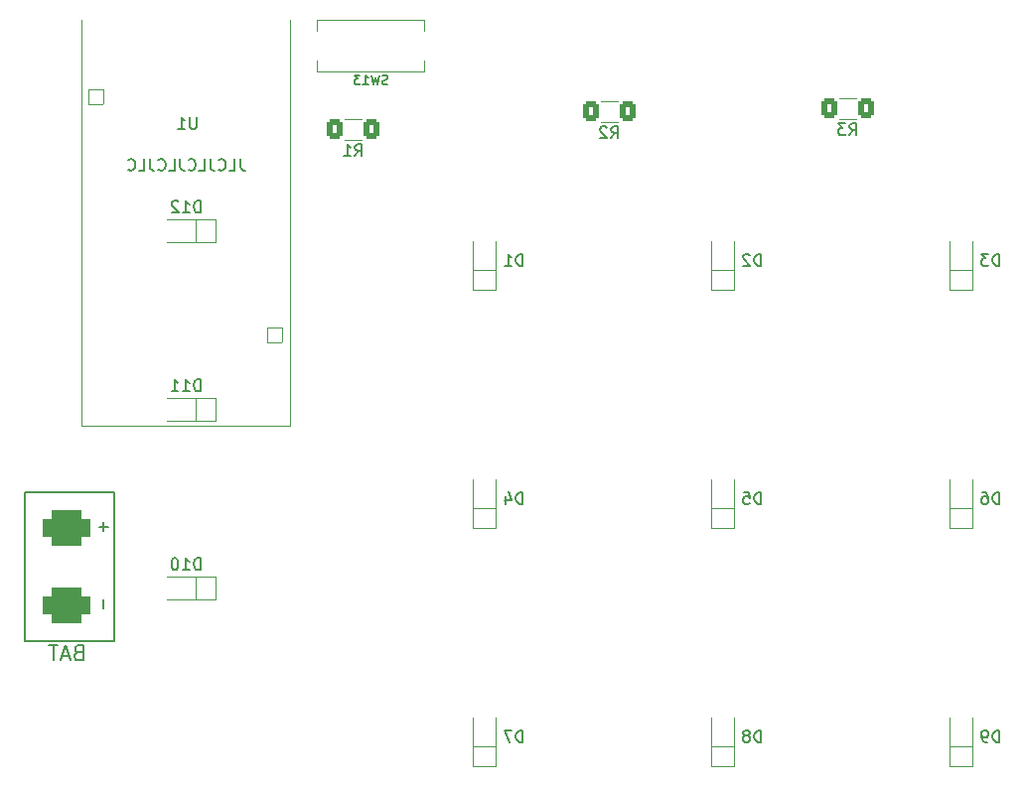
<source format=gbo>
%TF.GenerationSoftware,KiCad,Pcbnew,(6.0.7-1)-1*%
%TF.CreationDate,2022-10-02T14:30:12-04:00*%
%TF.ProjectId,Macro_Keyboard_V1.1,4d616372-6f5f-44b6-9579-626f6172645f,1.1*%
%TF.SameCoordinates,Original*%
%TF.FileFunction,Legend,Bot*%
%TF.FilePolarity,Positive*%
%FSLAX46Y46*%
G04 Gerber Fmt 4.6, Leading zero omitted, Abs format (unit mm)*
G04 Created by KiCad (PCBNEW (6.0.7-1)-1) date 2022-10-02 14:30:12*
%MOMM*%
%LPD*%
G01*
G04 APERTURE LIST*
G04 Aperture macros list*
%AMRoundRect*
0 Rectangle with rounded corners*
0 $1 Rounding radius*
0 $2 $3 $4 $5 $6 $7 $8 $9 X,Y pos of 4 corners*
0 Add a 4 corners polygon primitive as box body*
4,1,4,$2,$3,$4,$5,$6,$7,$8,$9,$2,$3,0*
0 Add four circle primitives for the rounded corners*
1,1,$1+$1,$2,$3*
1,1,$1+$1,$4,$5*
1,1,$1+$1,$6,$7*
1,1,$1+$1,$8,$9*
0 Add four rect primitives between the rounded corners*
20,1,$1+$1,$2,$3,$4,$5,0*
20,1,$1+$1,$4,$5,$6,$7,0*
20,1,$1+$1,$6,$7,$8,$9,0*
20,1,$1+$1,$8,$9,$2,$3,0*%
G04 Aperture macros list end*
%ADD10C,0.150000*%
%ADD11C,0.120000*%
%ADD12R,1.200000X0.900000*%
%ADD13R,0.900000X1.200000*%
%ADD14C,1.700000*%
%ADD15C,4.000000*%
%ADD16C,2.200000*%
%ADD17C,1.690600*%
%ADD18C,2.700000*%
%ADD19C,2.000000*%
%ADD20C,1.308000*%
%ADD21C,2.100000*%
%ADD22RoundRect,0.250000X-0.400000X-0.625000X0.400000X-0.625000X0.400000X0.625000X-0.400000X0.625000X0*%
%ADD23C,1.473200*%
%ADD24RoundRect,0.025400X0.635000X0.635000X-0.635000X0.635000X-0.635000X-0.635000X0.635000X-0.635000X0*%
%ADD25RoundRect,0.753563X1.278437X-0.753562X1.278437X0.753562X-1.278437X0.753562X-1.278437X-0.753562X0*%
G04 APERTURE END LIST*
D10*
X44704000Y-62992000D02*
X37084000Y-62992000D01*
X37084000Y-62992000D02*
X37084000Y-75692000D01*
X37084000Y-75692000D02*
X44704000Y-75692000D01*
X44704000Y-75692000D02*
X44704000Y-62992000D01*
X41577380Y-76617285D02*
X41395952Y-76677761D01*
X41335476Y-76738238D01*
X41275000Y-76859190D01*
X41275000Y-77040619D01*
X41335476Y-77161571D01*
X41395952Y-77222047D01*
X41516904Y-77282523D01*
X42000714Y-77282523D01*
X42000714Y-76012523D01*
X41577380Y-76012523D01*
X41456428Y-76073000D01*
X41395952Y-76133476D01*
X41335476Y-76254428D01*
X41335476Y-76375380D01*
X41395952Y-76496333D01*
X41456428Y-76556809D01*
X41577380Y-76617285D01*
X42000714Y-76617285D01*
X40791190Y-76919666D02*
X40186428Y-76919666D01*
X40912142Y-77282523D02*
X40488809Y-76012523D01*
X40065476Y-77282523D01*
X39823571Y-76012523D02*
X39097857Y-76012523D01*
X39460714Y-77282523D02*
X39460714Y-76012523D01*
X55419047Y-34504380D02*
X55419047Y-35218666D01*
X55466666Y-35361523D01*
X55561904Y-35456761D01*
X55704761Y-35504380D01*
X55800000Y-35504380D01*
X54466666Y-35504380D02*
X54942857Y-35504380D01*
X54942857Y-34504380D01*
X53561904Y-35409142D02*
X53609523Y-35456761D01*
X53752380Y-35504380D01*
X53847619Y-35504380D01*
X53990476Y-35456761D01*
X54085714Y-35361523D01*
X54133333Y-35266285D01*
X54180952Y-35075809D01*
X54180952Y-34932952D01*
X54133333Y-34742476D01*
X54085714Y-34647238D01*
X53990476Y-34552000D01*
X53847619Y-34504380D01*
X53752380Y-34504380D01*
X53609523Y-34552000D01*
X53561904Y-34599619D01*
X52847619Y-34504380D02*
X52847619Y-35218666D01*
X52895238Y-35361523D01*
X52990476Y-35456761D01*
X53133333Y-35504380D01*
X53228571Y-35504380D01*
X51895238Y-35504380D02*
X52371428Y-35504380D01*
X52371428Y-34504380D01*
X50990476Y-35409142D02*
X51038095Y-35456761D01*
X51180952Y-35504380D01*
X51276190Y-35504380D01*
X51419047Y-35456761D01*
X51514285Y-35361523D01*
X51561904Y-35266285D01*
X51609523Y-35075809D01*
X51609523Y-34932952D01*
X51561904Y-34742476D01*
X51514285Y-34647238D01*
X51419047Y-34552000D01*
X51276190Y-34504380D01*
X51180952Y-34504380D01*
X51038095Y-34552000D01*
X50990476Y-34599619D01*
X50276190Y-34504380D02*
X50276190Y-35218666D01*
X50323809Y-35361523D01*
X50419047Y-35456761D01*
X50561904Y-35504380D01*
X50657142Y-35504380D01*
X49323809Y-35504380D02*
X49800000Y-35504380D01*
X49800000Y-34504380D01*
X48419047Y-35409142D02*
X48466666Y-35456761D01*
X48609523Y-35504380D01*
X48704761Y-35504380D01*
X48847619Y-35456761D01*
X48942857Y-35361523D01*
X48990476Y-35266285D01*
X49038095Y-35075809D01*
X49038095Y-34932952D01*
X48990476Y-34742476D01*
X48942857Y-34647238D01*
X48847619Y-34552000D01*
X48704761Y-34504380D01*
X48609523Y-34504380D01*
X48466666Y-34552000D01*
X48419047Y-34599619D01*
X47704761Y-34504380D02*
X47704761Y-35218666D01*
X47752380Y-35361523D01*
X47847619Y-35456761D01*
X47990476Y-35504380D01*
X48085714Y-35504380D01*
X46752380Y-35504380D02*
X47228571Y-35504380D01*
X47228571Y-34504380D01*
X45847619Y-35409142D02*
X45895238Y-35456761D01*
X46038095Y-35504380D01*
X46133333Y-35504380D01*
X46276190Y-35456761D01*
X46371428Y-35361523D01*
X46419047Y-35266285D01*
X46466666Y-35075809D01*
X46466666Y-34932952D01*
X46419047Y-34742476D01*
X46371428Y-34647238D01*
X46276190Y-34552000D01*
X46133333Y-34504380D01*
X46038095Y-34504380D01*
X45895238Y-34552000D01*
X45847619Y-34599619D01*
%TO.C,D3*%
X120118095Y-43632380D02*
X120118095Y-42632380D01*
X119880000Y-42632380D01*
X119737142Y-42680000D01*
X119641904Y-42775238D01*
X119594285Y-42870476D01*
X119546666Y-43060952D01*
X119546666Y-43203809D01*
X119594285Y-43394285D01*
X119641904Y-43489523D01*
X119737142Y-43584761D01*
X119880000Y-43632380D01*
X120118095Y-43632380D01*
X119213333Y-42632380D02*
X118594285Y-42632380D01*
X118927619Y-43013333D01*
X118784761Y-43013333D01*
X118689523Y-43060952D01*
X118641904Y-43108571D01*
X118594285Y-43203809D01*
X118594285Y-43441904D01*
X118641904Y-43537142D01*
X118689523Y-43584761D01*
X118784761Y-43632380D01*
X119070476Y-43632380D01*
X119165714Y-43584761D01*
X119213333Y-43537142D01*
%TO.C,D10*%
X52014285Y-69572380D02*
X52014285Y-68572380D01*
X51776190Y-68572380D01*
X51633333Y-68620000D01*
X51538095Y-68715238D01*
X51490476Y-68810476D01*
X51442857Y-69000952D01*
X51442857Y-69143809D01*
X51490476Y-69334285D01*
X51538095Y-69429523D01*
X51633333Y-69524761D01*
X51776190Y-69572380D01*
X52014285Y-69572380D01*
X50490476Y-69572380D02*
X51061904Y-69572380D01*
X50776190Y-69572380D02*
X50776190Y-68572380D01*
X50871428Y-68715238D01*
X50966666Y-68810476D01*
X51061904Y-68858095D01*
X49871428Y-68572380D02*
X49776190Y-68572380D01*
X49680952Y-68620000D01*
X49633333Y-68667619D01*
X49585714Y-68762857D01*
X49538095Y-68953333D01*
X49538095Y-69191428D01*
X49585714Y-69381904D01*
X49633333Y-69477142D01*
X49680952Y-69524761D01*
X49776190Y-69572380D01*
X49871428Y-69572380D01*
X49966666Y-69524761D01*
X50014285Y-69477142D01*
X50061904Y-69381904D01*
X50109523Y-69191428D01*
X50109523Y-68953333D01*
X50061904Y-68762857D01*
X50014285Y-68667619D01*
X49966666Y-68620000D01*
X49871428Y-68572380D01*
%TO.C,D1*%
X79478095Y-43632380D02*
X79478095Y-42632380D01*
X79240000Y-42632380D01*
X79097142Y-42680000D01*
X79001904Y-42775238D01*
X78954285Y-42870476D01*
X78906666Y-43060952D01*
X78906666Y-43203809D01*
X78954285Y-43394285D01*
X79001904Y-43489523D01*
X79097142Y-43584761D01*
X79240000Y-43632380D01*
X79478095Y-43632380D01*
X77954285Y-43632380D02*
X78525714Y-43632380D01*
X78240000Y-43632380D02*
X78240000Y-42632380D01*
X78335238Y-42775238D01*
X78430476Y-42870476D01*
X78525714Y-42918095D01*
%TO.C,D2*%
X99798095Y-43632380D02*
X99798095Y-42632380D01*
X99560000Y-42632380D01*
X99417142Y-42680000D01*
X99321904Y-42775238D01*
X99274285Y-42870476D01*
X99226666Y-43060952D01*
X99226666Y-43203809D01*
X99274285Y-43394285D01*
X99321904Y-43489523D01*
X99417142Y-43584761D01*
X99560000Y-43632380D01*
X99798095Y-43632380D01*
X98845714Y-42727619D02*
X98798095Y-42680000D01*
X98702857Y-42632380D01*
X98464761Y-42632380D01*
X98369523Y-42680000D01*
X98321904Y-42727619D01*
X98274285Y-42822857D01*
X98274285Y-42918095D01*
X98321904Y-43060952D01*
X98893333Y-43632380D01*
X98274285Y-43632380D01*
%TO.C,D8*%
X99798095Y-84272380D02*
X99798095Y-83272380D01*
X99560000Y-83272380D01*
X99417142Y-83320000D01*
X99321904Y-83415238D01*
X99274285Y-83510476D01*
X99226666Y-83700952D01*
X99226666Y-83843809D01*
X99274285Y-84034285D01*
X99321904Y-84129523D01*
X99417142Y-84224761D01*
X99560000Y-84272380D01*
X99798095Y-84272380D01*
X98655238Y-83700952D02*
X98750476Y-83653333D01*
X98798095Y-83605714D01*
X98845714Y-83510476D01*
X98845714Y-83462857D01*
X98798095Y-83367619D01*
X98750476Y-83320000D01*
X98655238Y-83272380D01*
X98464761Y-83272380D01*
X98369523Y-83320000D01*
X98321904Y-83367619D01*
X98274285Y-83462857D01*
X98274285Y-83510476D01*
X98321904Y-83605714D01*
X98369523Y-83653333D01*
X98464761Y-83700952D01*
X98655238Y-83700952D01*
X98750476Y-83748571D01*
X98798095Y-83796190D01*
X98845714Y-83891428D01*
X98845714Y-84081904D01*
X98798095Y-84177142D01*
X98750476Y-84224761D01*
X98655238Y-84272380D01*
X98464761Y-84272380D01*
X98369523Y-84224761D01*
X98321904Y-84177142D01*
X98274285Y-84081904D01*
X98274285Y-83891428D01*
X98321904Y-83796190D01*
X98369523Y-83748571D01*
X98464761Y-83700952D01*
%TO.C,D5*%
X99798095Y-63952380D02*
X99798095Y-62952380D01*
X99560000Y-62952380D01*
X99417142Y-63000000D01*
X99321904Y-63095238D01*
X99274285Y-63190476D01*
X99226666Y-63380952D01*
X99226666Y-63523809D01*
X99274285Y-63714285D01*
X99321904Y-63809523D01*
X99417142Y-63904761D01*
X99560000Y-63952380D01*
X99798095Y-63952380D01*
X98321904Y-62952380D02*
X98798095Y-62952380D01*
X98845714Y-63428571D01*
X98798095Y-63380952D01*
X98702857Y-63333333D01*
X98464761Y-63333333D01*
X98369523Y-63380952D01*
X98321904Y-63428571D01*
X98274285Y-63523809D01*
X98274285Y-63761904D01*
X98321904Y-63857142D01*
X98369523Y-63904761D01*
X98464761Y-63952380D01*
X98702857Y-63952380D01*
X98798095Y-63904761D01*
X98845714Y-63857142D01*
%TO.C,D6*%
X120118095Y-63952380D02*
X120118095Y-62952380D01*
X119880000Y-62952380D01*
X119737142Y-63000000D01*
X119641904Y-63095238D01*
X119594285Y-63190476D01*
X119546666Y-63380952D01*
X119546666Y-63523809D01*
X119594285Y-63714285D01*
X119641904Y-63809523D01*
X119737142Y-63904761D01*
X119880000Y-63952380D01*
X120118095Y-63952380D01*
X118689523Y-62952380D02*
X118880000Y-62952380D01*
X118975238Y-63000000D01*
X119022857Y-63047619D01*
X119118095Y-63190476D01*
X119165714Y-63380952D01*
X119165714Y-63761904D01*
X119118095Y-63857142D01*
X119070476Y-63904761D01*
X118975238Y-63952380D01*
X118784761Y-63952380D01*
X118689523Y-63904761D01*
X118641904Y-63857142D01*
X118594285Y-63761904D01*
X118594285Y-63523809D01*
X118641904Y-63428571D01*
X118689523Y-63380952D01*
X118784761Y-63333333D01*
X118975238Y-63333333D01*
X119070476Y-63380952D01*
X119118095Y-63428571D01*
X119165714Y-63523809D01*
%TO.C,D7*%
X79478095Y-84272380D02*
X79478095Y-83272380D01*
X79240000Y-83272380D01*
X79097142Y-83320000D01*
X79001904Y-83415238D01*
X78954285Y-83510476D01*
X78906666Y-83700952D01*
X78906666Y-83843809D01*
X78954285Y-84034285D01*
X79001904Y-84129523D01*
X79097142Y-84224761D01*
X79240000Y-84272380D01*
X79478095Y-84272380D01*
X78573333Y-83272380D02*
X77906666Y-83272380D01*
X78335238Y-84272380D01*
%TO.C,D4*%
X79478095Y-63952380D02*
X79478095Y-62952380D01*
X79240000Y-62952380D01*
X79097142Y-63000000D01*
X79001904Y-63095238D01*
X78954285Y-63190476D01*
X78906666Y-63380952D01*
X78906666Y-63523809D01*
X78954285Y-63714285D01*
X79001904Y-63809523D01*
X79097142Y-63904761D01*
X79240000Y-63952380D01*
X79478095Y-63952380D01*
X78049523Y-63285714D02*
X78049523Y-63952380D01*
X78287619Y-62904761D02*
X78525714Y-63619047D01*
X77906666Y-63619047D01*
%TO.C,D12*%
X52014285Y-39092380D02*
X52014285Y-38092380D01*
X51776190Y-38092380D01*
X51633333Y-38140000D01*
X51538095Y-38235238D01*
X51490476Y-38330476D01*
X51442857Y-38520952D01*
X51442857Y-38663809D01*
X51490476Y-38854285D01*
X51538095Y-38949523D01*
X51633333Y-39044761D01*
X51776190Y-39092380D01*
X52014285Y-39092380D01*
X50490476Y-39092380D02*
X51061904Y-39092380D01*
X50776190Y-39092380D02*
X50776190Y-38092380D01*
X50871428Y-38235238D01*
X50966666Y-38330476D01*
X51061904Y-38378095D01*
X50109523Y-38187619D02*
X50061904Y-38140000D01*
X49966666Y-38092380D01*
X49728571Y-38092380D01*
X49633333Y-38140000D01*
X49585714Y-38187619D01*
X49538095Y-38282857D01*
X49538095Y-38378095D01*
X49585714Y-38520952D01*
X50157142Y-39092380D01*
X49538095Y-39092380D01*
%TO.C,D11*%
X52014285Y-54332380D02*
X52014285Y-53332380D01*
X51776190Y-53332380D01*
X51633333Y-53380000D01*
X51538095Y-53475238D01*
X51490476Y-53570476D01*
X51442857Y-53760952D01*
X51442857Y-53903809D01*
X51490476Y-54094285D01*
X51538095Y-54189523D01*
X51633333Y-54284761D01*
X51776190Y-54332380D01*
X52014285Y-54332380D01*
X50490476Y-54332380D02*
X51061904Y-54332380D01*
X50776190Y-54332380D02*
X50776190Y-53332380D01*
X50871428Y-53475238D01*
X50966666Y-53570476D01*
X51061904Y-53618095D01*
X49538095Y-54332380D02*
X50109523Y-54332380D01*
X49823809Y-54332380D02*
X49823809Y-53332380D01*
X49919047Y-53475238D01*
X50014285Y-53570476D01*
X50109523Y-53618095D01*
%TO.C,D9*%
X120118095Y-84272380D02*
X120118095Y-83272380D01*
X119880000Y-83272380D01*
X119737142Y-83320000D01*
X119641904Y-83415238D01*
X119594285Y-83510476D01*
X119546666Y-83700952D01*
X119546666Y-83843809D01*
X119594285Y-84034285D01*
X119641904Y-84129523D01*
X119737142Y-84224761D01*
X119880000Y-84272380D01*
X120118095Y-84272380D01*
X119070476Y-84272380D02*
X118880000Y-84272380D01*
X118784761Y-84224761D01*
X118737142Y-84177142D01*
X118641904Y-84034285D01*
X118594285Y-83843809D01*
X118594285Y-83462857D01*
X118641904Y-83367619D01*
X118689523Y-83320000D01*
X118784761Y-83272380D01*
X118975238Y-83272380D01*
X119070476Y-83320000D01*
X119118095Y-83367619D01*
X119165714Y-83462857D01*
X119165714Y-83700952D01*
X119118095Y-83796190D01*
X119070476Y-83843809D01*
X118975238Y-83891428D01*
X118784761Y-83891428D01*
X118689523Y-83843809D01*
X118641904Y-83796190D01*
X118594285Y-83700952D01*
%TO.C,SW13*%
X67972822Y-28131710D02*
X67860336Y-28169205D01*
X67672860Y-28169205D01*
X67597869Y-28131710D01*
X67560374Y-28094215D01*
X67522878Y-28019224D01*
X67522878Y-27944233D01*
X67560374Y-27869243D01*
X67597869Y-27831747D01*
X67672860Y-27794252D01*
X67822841Y-27756757D01*
X67897832Y-27719261D01*
X67935327Y-27681766D01*
X67972822Y-27606775D01*
X67972822Y-27531785D01*
X67935327Y-27456794D01*
X67897832Y-27419299D01*
X67822841Y-27381803D01*
X67635364Y-27381803D01*
X67522878Y-27419299D01*
X67260411Y-27381803D02*
X67072934Y-28169205D01*
X66922953Y-27606775D01*
X66772972Y-28169205D01*
X66585495Y-27381803D01*
X65873084Y-28169205D02*
X66323028Y-28169205D01*
X66098056Y-28169205D02*
X66098056Y-27381803D01*
X66173046Y-27494289D01*
X66248037Y-27569280D01*
X66323028Y-27606775D01*
X65610616Y-27381803D02*
X65123177Y-27381803D01*
X65385644Y-27681766D01*
X65273158Y-27681766D01*
X65198168Y-27719261D01*
X65160672Y-27756757D01*
X65123177Y-27831747D01*
X65123177Y-28019224D01*
X65160672Y-28094215D01*
X65198168Y-28131710D01*
X65273158Y-28169205D01*
X65498130Y-28169205D01*
X65573121Y-28131710D01*
X65610616Y-28094215D01*
%TO.C,R2*%
X87034666Y-32752380D02*
X87368000Y-32276190D01*
X87606095Y-32752380D02*
X87606095Y-31752380D01*
X87225142Y-31752380D01*
X87129904Y-31800000D01*
X87082285Y-31847619D01*
X87034666Y-31942857D01*
X87034666Y-32085714D01*
X87082285Y-32180952D01*
X87129904Y-32228571D01*
X87225142Y-32276190D01*
X87606095Y-32276190D01*
X86653714Y-31847619D02*
X86606095Y-31800000D01*
X86510857Y-31752380D01*
X86272761Y-31752380D01*
X86177523Y-31800000D01*
X86129904Y-31847619D01*
X86082285Y-31942857D01*
X86082285Y-32038095D01*
X86129904Y-32180952D01*
X86701333Y-32752380D01*
X86082285Y-32752380D01*
%TO.C,U1*%
X51671904Y-30948380D02*
X51671904Y-31757904D01*
X51624285Y-31853142D01*
X51576666Y-31900761D01*
X51481428Y-31948380D01*
X51290952Y-31948380D01*
X51195714Y-31900761D01*
X51148095Y-31853142D01*
X51100476Y-31757904D01*
X51100476Y-30948380D01*
X50100476Y-31948380D02*
X50671904Y-31948380D01*
X50386190Y-31948380D02*
X50386190Y-30948380D01*
X50481428Y-31091238D01*
X50576666Y-31186476D01*
X50671904Y-31234095D01*
%TO.C,-*%
X43759428Y-72136047D02*
X43759428Y-72897952D01*
%TO.C,+*%
X43759428Y-65532047D02*
X43759428Y-66293952D01*
X44140380Y-65913000D02*
X43378476Y-65913000D01*
%TO.C,R3*%
X107354666Y-32486380D02*
X107688000Y-32010190D01*
X107926095Y-32486380D02*
X107926095Y-31486380D01*
X107545142Y-31486380D01*
X107449904Y-31534000D01*
X107402285Y-31581619D01*
X107354666Y-31676857D01*
X107354666Y-31819714D01*
X107402285Y-31914952D01*
X107449904Y-31962571D01*
X107545142Y-32010190D01*
X107926095Y-32010190D01*
X107021333Y-31486380D02*
X106402285Y-31486380D01*
X106735619Y-31867333D01*
X106592761Y-31867333D01*
X106497523Y-31914952D01*
X106449904Y-31962571D01*
X106402285Y-32057809D01*
X106402285Y-32295904D01*
X106449904Y-32391142D01*
X106497523Y-32438761D01*
X106592761Y-32486380D01*
X106878476Y-32486380D01*
X106973714Y-32438761D01*
X107021333Y-32391142D01*
%TO.C,R1*%
X65190666Y-34276380D02*
X65524000Y-33800190D01*
X65762095Y-34276380D02*
X65762095Y-33276380D01*
X65381142Y-33276380D01*
X65285904Y-33324000D01*
X65238285Y-33371619D01*
X65190666Y-33466857D01*
X65190666Y-33609714D01*
X65238285Y-33704952D01*
X65285904Y-33752571D01*
X65381142Y-33800190D01*
X65762095Y-33800190D01*
X64238285Y-34276380D02*
X64809714Y-34276380D01*
X64524000Y-34276380D02*
X64524000Y-33276380D01*
X64619238Y-33419238D01*
X64714476Y-33514476D01*
X64809714Y-33562095D01*
D11*
%TO.C,D3*%
X117840000Y-45430000D02*
X117840000Y-41530000D01*
X117840000Y-45720000D02*
X117840000Y-43980000D01*
X115840000Y-43980000D02*
X115840000Y-45720000D01*
X117840000Y-45720000D02*
X115840000Y-45720000D01*
X117840000Y-43980000D02*
X115840000Y-43980000D01*
X115840000Y-45430000D02*
X115840000Y-41530000D01*
%TO.C,D10*%
X53050000Y-70120000D02*
X49150000Y-70120000D01*
X53340000Y-70120000D02*
X51600000Y-70120000D01*
X51600000Y-72120000D02*
X53340000Y-72120000D01*
X53340000Y-70120000D02*
X53340000Y-72120000D01*
X51600000Y-70120000D02*
X51600000Y-72120000D01*
X53050000Y-72120000D02*
X49150000Y-72120000D01*
%TO.C,D1*%
X77200000Y-45430000D02*
X77200000Y-41530000D01*
X77200000Y-45720000D02*
X77200000Y-43980000D01*
X75200000Y-43980000D02*
X75200000Y-45720000D01*
X77200000Y-45720000D02*
X75200000Y-45720000D01*
X77200000Y-43980000D02*
X75200000Y-43980000D01*
X75200000Y-45430000D02*
X75200000Y-41530000D01*
%TO.C,D2*%
X97520000Y-45430000D02*
X97520000Y-41530000D01*
X97520000Y-45720000D02*
X97520000Y-43980000D01*
X95520000Y-43980000D02*
X95520000Y-45720000D01*
X97520000Y-45720000D02*
X95520000Y-45720000D01*
X97520000Y-43980000D02*
X95520000Y-43980000D01*
X95520000Y-45430000D02*
X95520000Y-41530000D01*
%TO.C,D8*%
X97520000Y-86070000D02*
X97520000Y-82170000D01*
X97520000Y-86360000D02*
X97520000Y-84620000D01*
X95520000Y-84620000D02*
X95520000Y-86360000D01*
X97520000Y-86360000D02*
X95520000Y-86360000D01*
X97520000Y-84620000D02*
X95520000Y-84620000D01*
X95520000Y-86070000D02*
X95520000Y-82170000D01*
%TO.C,D5*%
X97520000Y-65750000D02*
X97520000Y-61850000D01*
X97520000Y-66040000D02*
X97520000Y-64300000D01*
X95520000Y-64300000D02*
X95520000Y-66040000D01*
X97520000Y-66040000D02*
X95520000Y-66040000D01*
X97520000Y-64300000D02*
X95520000Y-64300000D01*
X95520000Y-65750000D02*
X95520000Y-61850000D01*
%TO.C,D6*%
X117840000Y-65750000D02*
X117840000Y-61850000D01*
X117840000Y-66040000D02*
X117840000Y-64300000D01*
X115840000Y-64300000D02*
X115840000Y-66040000D01*
X117840000Y-66040000D02*
X115840000Y-66040000D01*
X117840000Y-64300000D02*
X115840000Y-64300000D01*
X115840000Y-65750000D02*
X115840000Y-61850000D01*
%TO.C,D7*%
X77200000Y-86070000D02*
X77200000Y-82170000D01*
X77200000Y-86360000D02*
X77200000Y-84620000D01*
X75200000Y-84620000D02*
X75200000Y-86360000D01*
X77200000Y-86360000D02*
X75200000Y-86360000D01*
X77200000Y-84620000D02*
X75200000Y-84620000D01*
X75200000Y-86070000D02*
X75200000Y-82170000D01*
%TO.C,D4*%
X77200000Y-65750000D02*
X77200000Y-61850000D01*
X77200000Y-66040000D02*
X77200000Y-64300000D01*
X75200000Y-64300000D02*
X75200000Y-66040000D01*
X77200000Y-66040000D02*
X75200000Y-66040000D01*
X77200000Y-64300000D02*
X75200000Y-64300000D01*
X75200000Y-65750000D02*
X75200000Y-61850000D01*
%TO.C,D12*%
X53050000Y-39640000D02*
X49150000Y-39640000D01*
X53340000Y-39640000D02*
X51600000Y-39640000D01*
X51600000Y-41640000D02*
X53340000Y-41640000D01*
X53340000Y-39640000D02*
X53340000Y-41640000D01*
X51600000Y-39640000D02*
X51600000Y-41640000D01*
X53050000Y-41640000D02*
X49150000Y-41640000D01*
%TO.C,D11*%
X53050000Y-54880000D02*
X49150000Y-54880000D01*
X53340000Y-54880000D02*
X51600000Y-54880000D01*
X51600000Y-56880000D02*
X53340000Y-56880000D01*
X53340000Y-54880000D02*
X53340000Y-56880000D01*
X51600000Y-54880000D02*
X51600000Y-56880000D01*
X53050000Y-56880000D02*
X49150000Y-56880000D01*
%TO.C,D9*%
X117840000Y-86070000D02*
X117840000Y-82170000D01*
X117840000Y-86360000D02*
X117840000Y-84620000D01*
X115840000Y-84620000D02*
X115840000Y-86360000D01*
X117840000Y-86360000D02*
X115840000Y-86360000D01*
X117840000Y-84620000D02*
X115840000Y-84620000D01*
X115840000Y-86070000D02*
X115840000Y-82170000D01*
%TO.C,SW13*%
X61976000Y-22692000D02*
X61976000Y-23622000D01*
X71120000Y-22692000D02*
X61976000Y-22692000D01*
X61976000Y-27092000D02*
X71120000Y-27092000D01*
X71120000Y-27092000D02*
X71120000Y-26162000D01*
X61976000Y-26162000D02*
X61976000Y-27092000D01*
X71120000Y-22692000D02*
X71120000Y-23622000D01*
%TO.C,R2*%
X86140936Y-29570000D02*
X87595064Y-29570000D01*
X86140936Y-31390000D02*
X87595064Y-31390000D01*
%TO.C,U1*%
X41893000Y-22635638D02*
X41893000Y-57306638D01*
X59673000Y-57306638D02*
X59673000Y-22635638D01*
X41893000Y-57306638D02*
X59673000Y-57306638D01*
%TO.C,R3*%
X106460936Y-31124000D02*
X107915064Y-31124000D01*
X106460936Y-29304000D02*
X107915064Y-29304000D01*
%TO.C,R1*%
X64296936Y-32914000D02*
X65751064Y-32914000D01*
X64296936Y-31094000D02*
X65751064Y-31094000D01*
%TD*%
%LPC*%
D12*
%TO.C,D3*%
X116840000Y-44830000D03*
X116840000Y-41530000D03*
%TD*%
D13*
%TO.C,D10*%
X52450000Y-71120000D03*
X49150000Y-71120000D03*
%TD*%
D12*
%TO.C,D1*%
X76200000Y-44830000D03*
X76200000Y-41530000D03*
%TD*%
%TO.C,D2*%
X96520000Y-44830000D03*
X96520000Y-41530000D03*
%TD*%
%TO.C,D8*%
X96520000Y-85470000D03*
X96520000Y-82170000D03*
%TD*%
%TO.C,D5*%
X96520000Y-65150000D03*
X96520000Y-61850000D03*
%TD*%
%TO.C,D6*%
X116840000Y-65150000D03*
X116840000Y-61850000D03*
%TD*%
%TO.C,D7*%
X76200000Y-85470000D03*
X76200000Y-82170000D03*
%TD*%
%TO.C,D4*%
X76200000Y-65150000D03*
X76200000Y-61850000D03*
%TD*%
D13*
%TO.C,D12*%
X52450000Y-40640000D03*
X49150000Y-40640000D03*
%TD*%
%TO.C,D11*%
X52450000Y-55880000D03*
X49150000Y-55880000D03*
%TD*%
D12*
%TO.C,D9*%
X116840000Y-85470000D03*
X116840000Y-82170000D03*
%TD*%
D14*
%TO.C,SW7*%
X68580000Y-76200000D03*
X78740000Y-76200000D03*
D15*
X73660000Y-76200000D03*
D16*
X77470000Y-78740000D03*
X71120000Y-81280000D03*
D17*
X74930000Y-71120000D03*
X72390000Y-71120000D03*
%TD*%
D14*
%TO.C,SW8*%
X88900000Y-76200000D03*
D15*
X93980000Y-76200000D03*
D14*
X99060000Y-76200000D03*
D16*
X97790000Y-78740000D03*
X91440000Y-81280000D03*
D17*
X95250000Y-71120000D03*
X92710000Y-71120000D03*
%TD*%
D15*
%TO.C,SW2*%
X93980000Y-35560000D03*
D14*
X99060000Y-35560000D03*
X88900000Y-35560000D03*
D16*
X97790000Y-38100000D03*
X91440000Y-40640000D03*
D17*
X95250000Y-30480000D03*
X92710000Y-30480000D03*
%TD*%
D18*
%TO.C,REF\u002A\u002A*%
X124460000Y-86360000D03*
%TD*%
D14*
%TO.C,SW6*%
X119380000Y-55880000D03*
X109220000Y-55880000D03*
D15*
X114300000Y-55880000D03*
D16*
X118110000Y-58420000D03*
X111760000Y-60960000D03*
D17*
X115570000Y-50800000D03*
X113030000Y-50800000D03*
%TD*%
D19*
%TO.C,SW11*%
X54050000Y-59218000D03*
X47550000Y-59218000D03*
X54050000Y-63718000D03*
X47550000Y-63718000D03*
%TD*%
D14*
%TO.C,SW4*%
X68580000Y-55880000D03*
X78740000Y-55880000D03*
D15*
X73660000Y-55880000D03*
D16*
X77470000Y-58420000D03*
X71120000Y-60960000D03*
D17*
X74930000Y-50800000D03*
X72390000Y-50800000D03*
%TD*%
D14*
%TO.C,SW9*%
X109220000Y-76200000D03*
X119380000Y-76200000D03*
D15*
X114300000Y-76200000D03*
D16*
X118110000Y-78740000D03*
X111760000Y-81280000D03*
D17*
X115570000Y-71120000D03*
X113030000Y-71120000D03*
%TD*%
D14*
%TO.C,SW1*%
X68580000Y-35560000D03*
X78740000Y-35560000D03*
D15*
X73660000Y-35560000D03*
D16*
X77470000Y-38100000D03*
X71120000Y-40640000D03*
D17*
X74930000Y-30480000D03*
X72390000Y-30480000D03*
%TD*%
D14*
%TO.C,SW5*%
X88900000Y-55880000D03*
X99060000Y-55880000D03*
D15*
X93980000Y-55880000D03*
D16*
X97790000Y-58420000D03*
X91440000Y-60960000D03*
D17*
X95250000Y-50800000D03*
X92710000Y-50800000D03*
%TD*%
D18*
%TO.C,REF\u002A\u002A*%
X39116000Y-86360000D03*
%TD*%
%TO.C,REF\u002A\u002A*%
X39116000Y-25400000D03*
%TD*%
D19*
%TO.C,SW10*%
X47550000Y-74458000D03*
X54050000Y-74458000D03*
X54050000Y-78958000D03*
X47550000Y-78958000D03*
%TD*%
D15*
%TO.C,SW3*%
X114300000Y-35560000D03*
D14*
X119380000Y-35560000D03*
X109220000Y-35560000D03*
D16*
X118110000Y-38100000D03*
X111760000Y-40640000D03*
D17*
X115570000Y-30480000D03*
X113030000Y-30480000D03*
%TD*%
D18*
%TO.C,REF\u002A\u002A*%
X124460000Y-25400000D03*
%TD*%
D19*
%TO.C,SW12*%
X54050000Y-43978000D03*
X47550000Y-43978000D03*
X47550000Y-48478000D03*
X54050000Y-48478000D03*
%TD*%
D20*
%TO.C,SW13*%
X64548000Y-24892000D03*
X66548000Y-24892000D03*
X68548000Y-24892000D03*
D21*
X62398000Y-24892000D03*
X70698000Y-24892000D03*
%TD*%
D22*
%TO.C,R2*%
X85318000Y-30480000D03*
X88418000Y-30480000D03*
%TD*%
D23*
%TO.C,U1*%
X43180000Y-26733638D03*
D24*
X43180000Y-29273638D03*
D23*
X43180000Y-31813638D03*
X43180000Y-34353638D03*
X43180000Y-36893638D03*
X43180000Y-39433638D03*
X43180000Y-41973638D03*
X43180000Y-44513638D03*
X43180000Y-47053638D03*
X43180000Y-49593638D03*
X43180000Y-52133638D03*
X58420000Y-54673638D03*
X58420000Y-52133638D03*
D24*
X58420000Y-49593638D03*
D23*
X58420000Y-47053638D03*
X58420000Y-44513638D03*
X58420000Y-41973638D03*
X58420000Y-39433638D03*
X58420000Y-36893638D03*
X58420000Y-34353638D03*
X58420000Y-31813638D03*
X58420000Y-29273638D03*
X58420000Y-26733638D03*
%TD*%
D25*
%TO.C,-*%
X40640000Y-72627125D03*
%TD*%
%TO.C,+*%
X40640000Y-66023125D03*
%TD*%
D22*
%TO.C,R3*%
X105638000Y-30214000D03*
X108738000Y-30214000D03*
%TD*%
%TO.C,R1*%
X63474000Y-32004000D03*
X66574000Y-32004000D03*
%TD*%
M02*

</source>
